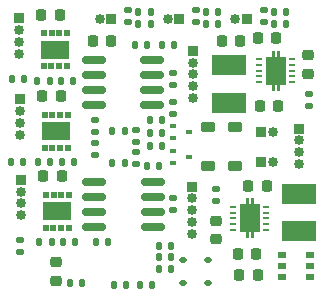
<source format=gts>
%TF.GenerationSoftware,KiCad,Pcbnew,7.0.5*%
%TF.CreationDate,2023-06-11T19:33:25+08:00*%
%TF.ProjectId,DiveCAN Head,44697665-4341-44e2-9048-6561642e6b69,rev?*%
%TF.SameCoordinates,Original*%
%TF.FileFunction,Soldermask,Top*%
%TF.FilePolarity,Negative*%
%FSLAX46Y46*%
G04 Gerber Fmt 4.6, Leading zero omitted, Abs format (unit mm)*
G04 Created by KiCad (PCBNEW 7.0.5) date 2023-06-11 19:33:25*
%MOMM*%
%LPD*%
G01*
G04 APERTURE LIST*
G04 Aperture macros list*
%AMRoundRect*
0 Rectangle with rounded corners*
0 $1 Rounding radius*
0 $2 $3 $4 $5 $6 $7 $8 $9 X,Y pos of 4 corners*
0 Add a 4 corners polygon primitive as box body*
4,1,4,$2,$3,$4,$5,$6,$7,$8,$9,$2,$3,0*
0 Add four circle primitives for the rounded corners*
1,1,$1+$1,$2,$3*
1,1,$1+$1,$4,$5*
1,1,$1+$1,$6,$7*
1,1,$1+$1,$8,$9*
0 Add four rect primitives between the rounded corners*
20,1,$1+$1,$2,$3,$4,$5,0*
20,1,$1+$1,$4,$5,$6,$7,0*
20,1,$1+$1,$6,$7,$8,$9,0*
20,1,$1+$1,$8,$9,$2,$3,0*%
%AMFreePoly0*
4,1,21,-0.125000,1.200000,0.125000,1.200000,0.125000,1.700000,0.375000,1.700000,0.375000,1.200000,0.825000,1.200000,0.825000,-1.200000,0.375000,-1.200000,0.375000,-1.700000,0.125000,-1.700000,0.125000,-1.200000,-0.125000,-1.200000,-0.125000,-1.700000,-0.375000,-1.700000,-0.375000,-1.200000,-0.825000,-1.200000,-0.825000,1.200000,-0.375000,1.200000,-0.375000,1.700000,-0.125000,1.700000,
-0.125000,1.200000,-0.125000,1.200000,$1*%
G04 Aperture macros list end*
%ADD10RoundRect,0.135000X-0.135000X-0.185000X0.135000X-0.185000X0.135000X0.185000X-0.135000X0.185000X0*%
%ADD11RoundRect,0.135000X0.135000X0.185000X-0.135000X0.185000X-0.135000X-0.185000X0.135000X-0.185000X0*%
%ADD12RoundRect,0.135000X0.185000X-0.135000X0.185000X0.135000X-0.185000X0.135000X-0.185000X-0.135000X0*%
%ADD13R,0.850000X0.850000*%
%ADD14O,0.850000X0.850000*%
%ADD15R,0.510000X0.400000*%
%ADD16RoundRect,0.225000X0.375000X-0.225000X0.375000X0.225000X-0.375000X0.225000X-0.375000X-0.225000X0*%
%ADD17R,0.600000X0.240000*%
%ADD18FreePoly0,180.000000*%
%ADD19FreePoly0,0.000000*%
%ADD20R,0.700000X0.510000*%
%ADD21RoundRect,0.225000X-0.225000X-0.250000X0.225000X-0.250000X0.225000X0.250000X-0.225000X0.250000X0*%
%ADD22R,2.900000X1.800000*%
%ADD23RoundRect,0.135000X-0.185000X0.135000X-0.185000X-0.135000X0.185000X-0.135000X0.185000X0.135000X0*%
%ADD24RoundRect,0.150000X-0.825000X-0.150000X0.825000X-0.150000X0.825000X0.150000X-0.825000X0.150000X0*%
%ADD25RoundRect,0.112500X-0.187500X-0.112500X0.187500X-0.112500X0.187500X0.112500X-0.187500X0.112500X0*%
%ADD26RoundRect,0.225000X-0.375000X0.225000X-0.375000X-0.225000X0.375000X-0.225000X0.375000X0.225000X0*%
%ADD27R,0.500000X0.630000*%
%ADD28R,2.400000X1.650000*%
%ADD29RoundRect,0.225000X0.225000X0.250000X-0.225000X0.250000X-0.225000X-0.250000X0.225000X-0.250000X0*%
%ADD30RoundRect,0.225000X-0.250000X0.225000X-0.250000X-0.225000X0.250000X-0.225000X0.250000X0.225000X0*%
%ADD31RoundRect,0.225000X0.250000X-0.225000X0.250000X0.225000X-0.250000X0.225000X-0.250000X-0.225000X0*%
G04 APERTURE END LIST*
D10*
%TO.C,R27*%
X111340000Y-115850000D03*
X112360000Y-115850000D03*
%TD*%
D11*
%TO.C,R24*%
X110160000Y-115850000D03*
X109140000Y-115850000D03*
%TD*%
D10*
%TO.C,R23*%
X113190000Y-95500000D03*
X114210000Y-95500000D03*
%TD*%
D12*
%TO.C,R22*%
X114150000Y-101360000D03*
X114150000Y-100340000D03*
%TD*%
D13*
%TO.C,J11*%
X120400000Y-93300000D03*
D14*
X119400000Y-93300000D03*
%TD*%
D13*
%TO.C,J2*%
X108900000Y-93300000D03*
D14*
X107900000Y-93300000D03*
%TD*%
D13*
%TO.C,J1*%
X114655000Y-93300000D03*
D14*
X113655000Y-93300000D03*
%TD*%
D15*
%TO.C,Q1*%
X114155000Y-102350000D03*
X114155000Y-103350000D03*
X115445000Y-102850000D03*
%TD*%
D13*
%TO.C,J3*%
X121600000Y-102900000D03*
D14*
X122600000Y-102900000D03*
%TD*%
D16*
%TO.C,D4*%
X119400000Y-105800000D03*
X119400000Y-102500000D03*
%TD*%
D17*
%TO.C,U16*%
X122025000Y-111200000D03*
X122025000Y-110700000D03*
X122025000Y-110200000D03*
X122025000Y-109700000D03*
X122025000Y-109200000D03*
X119225000Y-109200000D03*
X119225000Y-109700000D03*
X119225000Y-110200000D03*
X119225000Y-110700000D03*
X119225000Y-111200000D03*
D18*
X120625000Y-110200000D03*
%TD*%
D17*
%TO.C,U13*%
X121425000Y-96675000D03*
X121425000Y-97175000D03*
X121425000Y-97675000D03*
X121425000Y-98175000D03*
X121425000Y-98675000D03*
X124225000Y-98675000D03*
X124225000Y-98175000D03*
X124225000Y-97675000D03*
X124225000Y-97175000D03*
X124225000Y-96675000D03*
D19*
X122825000Y-97675000D03*
%TD*%
D20*
%TO.C,U15*%
X123380000Y-113300000D03*
X123380000Y-114250000D03*
X123380000Y-115200000D03*
X125700000Y-115200000D03*
X125700000Y-114250000D03*
X125700000Y-113300000D03*
%TD*%
D11*
%TO.C,R5*%
X112210000Y-93700000D03*
X111190000Y-93700000D03*
%TD*%
D21*
%TO.C,C17*%
X119625000Y-113200000D03*
X121175000Y-113200000D03*
%TD*%
%TO.C,C14*%
X120500000Y-107450000D03*
X122050000Y-107450000D03*
%TD*%
%TO.C,C2*%
X103042497Y-99800000D03*
X104592497Y-99800000D03*
%TD*%
D22*
%TO.C,L1*%
X118825000Y-97200000D03*
X118825000Y-100400000D03*
%TD*%
D23*
%TO.C,R48*%
X121800000Y-92590000D03*
X121800000Y-93610000D03*
%TD*%
D10*
%TO.C,R20*%
X112890000Y-113500000D03*
X113910000Y-113500000D03*
%TD*%
%TO.C,R40*%
X108990000Y-105500000D03*
X110010000Y-105500000D03*
%TD*%
D11*
%TO.C,R36*%
X105830000Y-112200000D03*
X104810000Y-112200000D03*
%TD*%
D24*
%TO.C,U12*%
X107450000Y-107095000D03*
X107450000Y-108365000D03*
X107450000Y-109635000D03*
X107450000Y-110905000D03*
X112400000Y-110905000D03*
X112400000Y-109635000D03*
X112400000Y-108365000D03*
X112400000Y-107095000D03*
%TD*%
D23*
%TO.C,R4*%
X110300000Y-92590000D03*
X110300000Y-93610000D03*
%TD*%
D10*
%TO.C,R11*%
X110890000Y-95500000D03*
X111910000Y-95500000D03*
%TD*%
D21*
%TO.C,C4*%
X107325000Y-95200000D03*
X108875000Y-95200000D03*
%TD*%
D12*
%TO.C,R10*%
X107500000Y-102910000D03*
X107500000Y-101890000D03*
%TD*%
D10*
%TO.C,R19*%
X112890000Y-112500000D03*
X113910000Y-112500000D03*
%TD*%
D25*
%TO.C,D3*%
X114950000Y-115700000D03*
X117050000Y-115700000D03*
%TD*%
D11*
%TO.C,R50*%
X123710000Y-92700000D03*
X122690000Y-92700000D03*
%TD*%
D10*
%TO.C,R21*%
X112890000Y-114500000D03*
X113910000Y-114500000D03*
%TD*%
D26*
%TO.C,D1*%
X117100000Y-102450000D03*
X117100000Y-105750000D03*
%TD*%
D23*
%TO.C,R39*%
X114100000Y-97890000D03*
X114100000Y-98910000D03*
%TD*%
D10*
%TO.C,R25*%
X102639999Y-98535000D03*
X103659999Y-98535000D03*
%TD*%
D23*
%TO.C,R1*%
X116055000Y-92590000D03*
X116055000Y-93610000D03*
%TD*%
D13*
%TO.C,J7*%
X101270001Y-106925000D03*
D14*
X101270001Y-107925000D03*
X101270001Y-108925000D03*
X101270001Y-109925000D03*
%TD*%
D23*
%TO.C,R38*%
X111000000Y-102690000D03*
X111000000Y-103710000D03*
%TD*%
%TO.C,R9*%
X101200000Y-111990000D03*
X101200000Y-113010000D03*
%TD*%
D27*
%TO.C,U6*%
X103350000Y-111000000D03*
X103990000Y-111000000D03*
X104650000Y-111000000D03*
X105290000Y-111000000D03*
D28*
X104320000Y-109600000D03*
D27*
X105295000Y-108200000D03*
X104640000Y-108200000D03*
X104000000Y-108200000D03*
X103350000Y-108200000D03*
%TD*%
D29*
%TO.C,C12*%
X123000000Y-100675000D03*
X121450000Y-100675000D03*
%TD*%
D22*
%TO.C,L2*%
X124775000Y-111300000D03*
X124775000Y-108100000D03*
%TD*%
D13*
%TO.C,J5*%
X101100000Y-93260000D03*
D14*
X101100000Y-94260000D03*
X101100000Y-95260000D03*
X101100000Y-96260000D03*
%TD*%
D10*
%TO.C,R14*%
X113210000Y-103000000D03*
X112190000Y-103000000D03*
%TD*%
D15*
%TO.C,Q2*%
X114150000Y-104500000D03*
X114150000Y-105500000D03*
X115440000Y-105000000D03*
%TD*%
D30*
%TO.C,C8*%
X104200000Y-113925000D03*
X104200000Y-115475000D03*
%TD*%
D10*
%TO.C,R15*%
X113210000Y-104100000D03*
X112190000Y-104100000D03*
%TD*%
D11*
%TO.C,R26*%
X105659999Y-98535000D03*
X104639999Y-98535000D03*
%TD*%
D13*
%TO.C,J6*%
X101167498Y-100125000D03*
D14*
X101167498Y-101125000D03*
X101167498Y-102125000D03*
X101167498Y-103125000D03*
%TD*%
D11*
%TO.C,R2*%
X117965000Y-93700000D03*
X116945000Y-93700000D03*
%TD*%
D12*
%TO.C,R46*%
X125650000Y-100685000D03*
X125650000Y-99665000D03*
%TD*%
D27*
%TO.C,U2*%
X103179999Y-97335000D03*
X103819999Y-97335000D03*
X104479999Y-97335000D03*
X105119999Y-97335000D03*
D28*
X104149999Y-95935000D03*
D27*
X105124999Y-94535000D03*
X104469999Y-94535000D03*
X103829999Y-94535000D03*
X103179999Y-94535000D03*
%TD*%
D25*
%TO.C,D2*%
X114950000Y-113700000D03*
X117050000Y-113700000D03*
%TD*%
D10*
%TO.C,R30*%
X102707497Y-105400000D03*
X103727497Y-105400000D03*
%TD*%
D21*
%TO.C,C13*%
X121300000Y-94950000D03*
X122850000Y-94950000D03*
%TD*%
D27*
%TO.C,U4*%
X103247497Y-104200000D03*
X103887497Y-104200000D03*
X104547497Y-104200000D03*
X105187497Y-104200000D03*
D28*
X104217497Y-102800000D03*
D27*
X105192497Y-101400000D03*
X104537497Y-101400000D03*
X103897497Y-101400000D03*
X103247497Y-101400000D03*
%TD*%
D29*
%TO.C,C16*%
X119775000Y-95200000D03*
X118225000Y-95200000D03*
%TD*%
D13*
%TO.C,J4*%
X124800000Y-102600000D03*
D14*
X124800000Y-103600000D03*
X124800000Y-104600000D03*
X124800000Y-105600000D03*
%TD*%
D10*
%TO.C,R18*%
X105390000Y-115700000D03*
X106410000Y-115700000D03*
%TD*%
D11*
%TO.C,R16*%
X108610000Y-112200000D03*
X107590000Y-112200000D03*
%TD*%
D23*
%TO.C,R42*%
X114100000Y-108490000D03*
X114100000Y-109510000D03*
%TD*%
D10*
%TO.C,R7*%
X100490000Y-98400000D03*
X101510000Y-98400000D03*
%TD*%
D21*
%TO.C,C1*%
X102974999Y-92935000D03*
X104524999Y-92935000D03*
%TD*%
D11*
%TO.C,R3*%
X117965000Y-92700000D03*
X116945000Y-92700000D03*
%TD*%
D10*
%TO.C,R37*%
X108990000Y-102800000D03*
X110010000Y-102800000D03*
%TD*%
D24*
%TO.C,U9*%
X107425000Y-96795000D03*
X107425000Y-98065000D03*
X107425000Y-99335000D03*
X107425000Y-100605000D03*
X112375000Y-100605000D03*
X112375000Y-99335000D03*
X112375000Y-98065000D03*
X112375000Y-96795000D03*
%TD*%
D10*
%TO.C,R13*%
X112190000Y-101900000D03*
X113210000Y-101900000D03*
%TD*%
%TO.C,R8*%
X100390000Y-105400000D03*
X101410000Y-105400000D03*
%TD*%
%TO.C,R35*%
X102810000Y-112200000D03*
X103830000Y-112200000D03*
%TD*%
D11*
%TO.C,R6*%
X112210000Y-92700000D03*
X111190000Y-92700000D03*
%TD*%
D31*
%TO.C,C15*%
X117775000Y-111975000D03*
X117775000Y-110425000D03*
%TD*%
D23*
%TO.C,R47*%
X117775000Y-107690000D03*
X117775000Y-108710000D03*
%TD*%
D30*
%TO.C,C18*%
X125575000Y-96400000D03*
X125575000Y-97950000D03*
%TD*%
D12*
%TO.C,R41*%
X111000000Y-105610000D03*
X111000000Y-104590000D03*
%TD*%
D10*
%TO.C,R17*%
X111890000Y-105800000D03*
X112910000Y-105800000D03*
%TD*%
D13*
%TO.C,J8*%
X115800000Y-96000000D03*
D14*
X115800000Y-97000000D03*
X115800000Y-98000000D03*
X115800000Y-99000000D03*
X115800000Y-100000000D03*
%TD*%
D13*
%TO.C,J9*%
X115750000Y-107500000D03*
D14*
X115750000Y-108500000D03*
X115750000Y-109500000D03*
X115750000Y-110500000D03*
X115750000Y-111500000D03*
%TD*%
%TO.C,J10*%
X122600000Y-105400000D03*
D13*
X121600000Y-105400000D03*
%TD*%
D21*
%TO.C,C3*%
X103145000Y-106600000D03*
X104695000Y-106600000D03*
%TD*%
%TO.C,C19*%
X119725000Y-115000000D03*
X121275000Y-115000000D03*
%TD*%
D11*
%TO.C,R49*%
X123710000Y-93700000D03*
X122690000Y-93700000D03*
%TD*%
D12*
%TO.C,R12*%
X107500000Y-104810000D03*
X107500000Y-103790000D03*
%TD*%
D11*
%TO.C,R31*%
X105727497Y-105400000D03*
X104707497Y-105400000D03*
%TD*%
M02*

</source>
